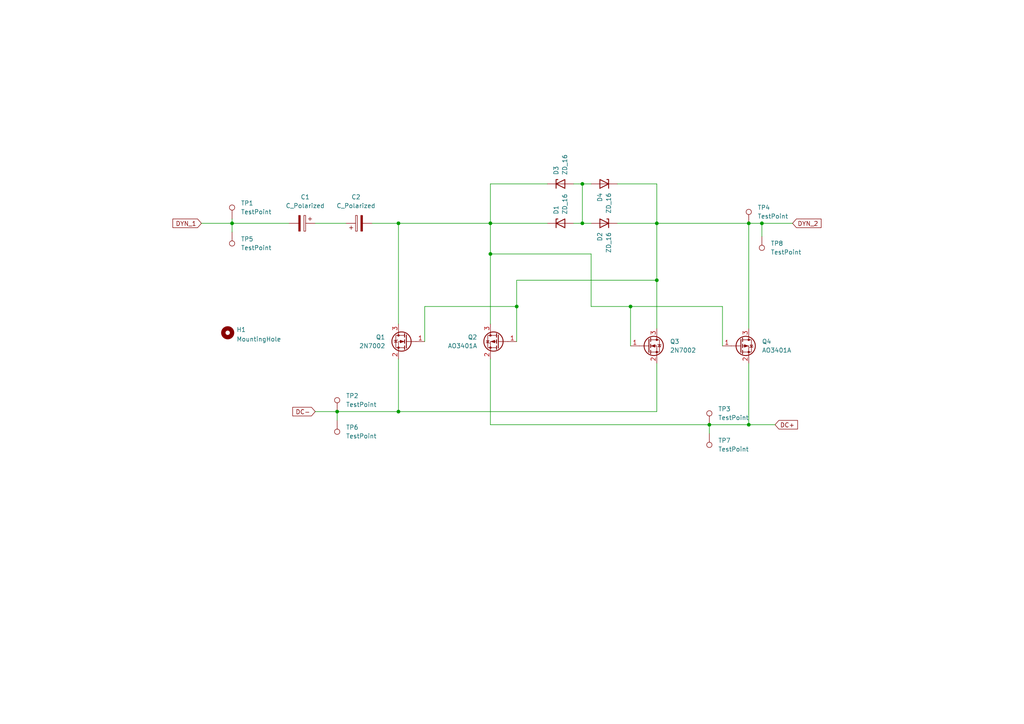
<source format=kicad_sch>
(kicad_sch (version 20250114) (generator "eeschema") (generator_version "9.0")
  (paper "A4")
  (lib_symbols
    (symbol "Connector:TestPoint" (pin_numbers (hide yes)) (pin_names (offset 0.762) (hide yes))
      (property "Reference" "TP" (at 0 6.858 0))
      (property "Value" "TestPoint" (at 0 5.08 0))
      (symbol "TestPoint_0_1"
        (circle (center 0 3.302) (radius 0.762))
      )
      (symbol "TestPoint_1_1"
        (pin passive line (at 0 0 90) (length 2.54) (name "1") (number "1"))
      )
    )
    (symbol "Device:C_Polarized" (pin_numbers (hide yes)) (pin_names (offset 0.254))
      (property "Reference" "C" (at 0.635 2.54 0))
      (property "Value" "C_Polarized" (at 0.635 -2.54 0))
      (symbol "C_Polarized_0_1"
        (rectangle (start -2.286 0.508) (end 2.286 1.016))
        (polyline (pts (xy -1.778 2.286) (xy -0.762 2.286)))
        (polyline (pts (xy -1.27 2.794) (xy -1.27 1.778)))
        (rectangle (start 2.286 -0.508) (end -2.286 -1.016) (fill (type outline)))
      )
      (symbol "C_Polarized_1_1"
        (pin passive line (at 0 3.81 270) (length 2.794) (name "~") (number "1"))
        (pin passive line (at 0 -3.81 90) (length 2.794) (name "~") (number "2"))
      )
    )
    (symbol "Device:D_Zener" (pin_numbers (hide yes)) (pin_names (offset 1.016) (hide yes))
      (property "Reference" "D" (at 0 2.54 0))
      (property "Value" "D_Zener" (at 0 -2.54 0))
      (symbol "D_Zener_0_1"
        (polyline (pts (xy -1.27 -1.27) (xy -1.27 1.27) (xy -0.762 1.27)) (stroke (width 0.254)))
        (polyline (pts (xy 1.27 0) (xy -1.27 0)))
        (polyline (pts (xy 1.27 -1.27) (xy 1.27 1.27) (xy -1.27 0) (xy 1.27 -1.27)) (stroke (width 0.254)))
      )
      (symbol "D_Zener_1_1"
        (pin passive line (at -3.81 0 0) (length 2.54) (name "K") (number "1"))
        (pin passive line (at 3.81 0 180) (length 2.54) (name "A") (number "2"))
      )
    )
    (symbol "Mechanical:MountingHole" (pin_names (offset 1.016))
      (property "Reference" "H" (at 0 5.08 0))
      (property "Value" "MountingHole" (at 0 3.175 0))
      (symbol "MountingHole_0_1"
        (circle (center 0 0) (radius 1.27) (stroke (width 1.27)))
      )
    )
    (symbol "Transistor_FET:2N7002" (pin_names (hide yes))
      (property "Reference" "Q" (at 5.08 1.905 0))
      (property "Value" "2N7002" (at 5.08 0 0))
      (symbol "2N7002_0_1"
        (polyline (pts (xy 0.254 1.905) (xy 0.254 -1.905)) (stroke (width 0.254)))
        (polyline (pts (xy 0.254 0) (xy -2.54 0)))
        (polyline (pts (xy 0.762 2.286) (xy 0.762 1.27)) (stroke (width 0.254)))
        (polyline (pts (xy 0.762 0.508) (xy 0.762 -0.508)) (stroke (width 0.254)))
        (polyline (pts (xy 0.762 -1.27) (xy 0.762 -2.286)) (stroke (width 0.254)))
        (polyline (pts (xy 0.762 -1.778) (xy 3.302 -1.778) (xy 3.302 1.778) (xy 0.762 1.778)))
        (polyline (pts (xy 1.016 0) (xy 2.032 0.381) (xy 2.032 -0.381) (xy 1.016 0)) (fill (type outline)))
        (circle (center 1.651 0) (radius 2.794) (stroke (width 0.254)))
        (polyline (pts (xy 2.54 2.54) (xy 2.54 1.778)))
        (circle (center 2.54 1.778) (radius 0.254) (fill (type outline)))
        (circle (center 2.54 -1.778) (radius 0.254) (fill (type outline)))
        (polyline (pts (xy 2.54 -2.54) (xy 2.54 0) (xy 0.762 0)))
        (polyline (pts (xy 2.794 0.508) (xy 2.921 0.381) (xy 3.683 0.381) (xy 3.81 0.254)))
        (polyline (pts (xy 3.302 0.381) (xy 2.921 -0.254) (xy 3.683 -0.254) (xy 3.302 0.381)))
      )
      (symbol "2N7002_1_1"
        (pin input line (at -5.08 0 0) (length 2.54) (name "G") (number "1"))
        (pin passive line (at 2.54 5.08 270) (length 2.54) (name "D") (number "3"))
        (pin passive line (at 2.54 -5.08 90) (length 2.54) (name "S") (number "2"))
      )
    )
    (symbol "Transistor_FET:AO3401A" (pin_names (hide yes))
      (property "Reference" "Q" (at 5.08 1.905 0))
      (property "Value" "AO3401A" (at 5.08 0 0))
      (symbol "AO3401A_0_1"
        (polyline (pts (xy 0.254 1.905) (xy 0.254 -1.905)) (stroke (width 0.254)))
        (polyline (pts (xy 0.254 0) (xy -2.54 0)))
        (polyline (pts (xy 0.762 2.286) (xy 0.762 1.27)) (stroke (width 0.254)))
        (polyline (pts (xy 0.762 1.778) (xy 3.302 1.778) (xy 3.302 -1.778) (xy 0.762 -1.778)))
        (polyline (pts (xy 0.762 0.508) (xy 0.762 -0.508)) (stroke (width 0.254)))
        (polyline (pts (xy 0.762 -1.27) (xy 0.762 -2.286)) (stroke (width 0.254)))
        (circle (center 1.651 0) (radius 2.794) (stroke (width 0.254)))
        (polyline (pts (xy 2.286 0) (xy 1.27 0.381) (xy 1.27 -0.381) (xy 2.286 0)) (fill (type outline)))
        (polyline (pts (xy 2.54 2.54) (xy 2.54 1.778)))
        (circle (center 2.54 1.778) (radius 0.254) (fill (type outline)))
        (circle (center 2.54 -1.778) (radius 0.254) (fill (type outline)))
        (polyline (pts (xy 2.54 -2.54) (xy 2.54 0) (xy 0.762 0)))
        (polyline (pts (xy 2.794 -0.508) (xy 2.921 -0.381) (xy 3.683 -0.381) (xy 3.81 -0.254)))
        (polyline (pts (xy 3.302 -0.381) (xy 2.921 0.254) (xy 3.683 0.254) (xy 3.302 -0.381)))
      )
      (symbol "AO3401A_1_1"
        (pin input line (at -5.08 0 0) (length 2.54) (name "G") (number "1"))
        (pin passive line (at 2.54 5.08 270) (length 2.54) (name "D") (number "3"))
        (pin passive line (at 2.54 -5.08 90) (length 2.54) (name "S") (number "2"))
      )
    )
  )
  (junction (at 67.31 64.77))
  (junction (at 115.57 64.77))
  (junction (at 205.74 123.19))
  (junction (at 142.24 73.66))
  (junction (at 182.88 88.9))
  (junction (at 115.57 119.38))
  (junction (at 190.5 81.28))
  (junction (at 142.24 64.77))
  (junction (at 168.91 64.77))
  (junction (at 220.98 64.77))
  (junction (at 217.17 123.19))
  (junction (at 149.86 88.9))
  (junction (at 97.79 119.38))
  (junction (at 217.17 64.77))
  (junction (at 168.91 53.34))
  (junction (at 190.5 64.77))
  (wire (pts (xy 67.31 64.77) (xy 67.31 67.31)))
  (wire (pts (xy 179.07 64.77) (xy 190.5 64.77)))
  (wire (pts (xy 166.37 64.77) (xy 168.91 64.77)))
  (wire (pts (xy 182.88 88.9) (xy 182.88 100.33)))
  (wire (pts (xy 205.74 123.19) (xy 205.74 125.73)))
  (wire (pts (xy 142.24 64.77) (xy 142.24 73.66)))
  (wire (pts (xy 209.55 88.9) (xy 182.88 88.9)))
  (wire (pts (xy 91.44 64.77) (xy 100.33 64.77)))
  (wire (pts (xy 115.57 64.77) (xy 142.24 64.77)))
  (wire (pts (xy 190.5 53.34) (xy 190.5 64.77)))
  (wire (pts (xy 58.42 64.77) (xy 67.31 64.77)))
  (wire (pts (xy 217.17 123.19) (xy 217.17 105.41)))
  (wire (pts (xy 149.86 88.9) (xy 149.86 99.06)))
  (wire (pts (xy 190.5 64.77) (xy 217.17 64.77)))
  (wire (pts (xy 190.5 119.38) (xy 190.5 105.41)))
  (wire (pts (xy 97.79 119.38) (xy 91.44 119.38)))
  (wire (pts (xy 220.98 64.77) (xy 229.87 64.77)))
  (wire (pts (xy 166.37 53.34) (xy 168.91 53.34)))
  (wire (pts (xy 115.57 104.14) (xy 115.57 119.38)))
  (wire (pts (xy 168.91 64.77) (xy 171.45 64.77)))
  (wire (pts (xy 67.31 63.5) (xy 67.31 64.77)))
  (wire (pts (xy 168.91 53.34) (xy 168.91 64.77)))
  (wire (pts (xy 115.57 119.38) (xy 97.79 119.38)))
  (wire (pts (xy 190.5 64.77) (xy 190.5 81.28)))
  (wire (pts (xy 123.19 99.06) (xy 123.19 88.9)))
  (wire (pts (xy 142.24 104.14) (xy 142.24 123.19)))
  (wire (pts (xy 158.75 53.34) (xy 142.24 53.34)))
  (wire (pts (xy 115.57 93.98) (xy 115.57 64.77)))
  (wire (pts (xy 67.31 64.77) (xy 83.82 64.77)))
  (wire (pts (xy 149.86 81.28) (xy 190.5 81.28)))
  (wire (pts (xy 149.86 81.28) (xy 149.86 88.9)))
  (wire (pts (xy 220.98 64.77) (xy 220.98 68.58)))
  (wire (pts (xy 123.19 88.9) (xy 149.86 88.9)))
  (wire (pts (xy 171.45 73.66) (xy 142.24 73.66)))
  (wire (pts (xy 217.17 123.19) (xy 224.79 123.19)))
  (wire (pts (xy 142.24 123.19) (xy 205.74 123.19)))
  (wire (pts (xy 205.74 123.19) (xy 217.17 123.19)))
  (wire (pts (xy 217.17 64.77) (xy 220.98 64.77)))
  (wire (pts (xy 142.24 53.34) (xy 142.24 64.77)))
  (wire (pts (xy 179.07 53.34) (xy 190.5 53.34)))
  (wire (pts (xy 107.95 64.77) (xy 115.57 64.77)))
  (wire (pts (xy 115.57 119.38) (xy 190.5 119.38)))
  (wire (pts (xy 182.88 88.9) (xy 171.45 88.9)))
  (wire (pts (xy 190.5 81.28) (xy 190.5 95.25)))
  (wire (pts (xy 209.55 100.33) (xy 209.55 88.9)))
  (wire (pts (xy 142.24 73.66) (xy 142.24 93.98)))
  (wire (pts (xy 217.17 64.77) (xy 217.17 95.25)))
  (wire (pts (xy 142.24 64.77) (xy 158.75 64.77)))
  (wire (pts (xy 171.45 88.9) (xy 171.45 73.66)))
  (wire (pts (xy 97.79 119.38) (xy 97.79 121.92)))
  (wire (pts (xy 168.91 53.34) (xy 171.45 53.34)))
  (global_label "DYN_1" (shape input) (at 58.42 64.77 180) (property "Intersheetrefs" "${INTERSHEET_REFS}" (effects (hide yes))))
  (global_label "DYN_2" (shape input) (at 229.87 64.77 0) (property "Intersheetrefs" "${INTERSHEET_REFS}" (effects (hide yes))))
  (global_label "DC+" (shape input) (at 224.79 123.19 0) (property "Intersheetrefs" "${INTERSHEET_REFS}" (effects (hide yes))))
  (global_label "DC-" (shape input) (at 91.44 119.38 180) (property "Intersheetrefs" "${INTERSHEET_REFS}" (effects (hide yes))))
  (symbol (lib_id "Device:D_Zener") (at 175.26 53.34 0) (mirror y) (unit 1)
    (property "Reference" "D4" (at 173.9899 55.88 90) (effects (justify right)))
    (property "Value" "ZD_16" (at 176.5299 55.88 90) (effects (justify right)))
    (property "Footprint" "Diode_SMD:D_MiniMELF_Handsoldering" (effects (hide yes)))
  )
  (symbol (lib_id "Connector:TestPoint") (at 205.74 123.19 0) (unit 1)
    (property "Reference" "TP3" (at 208.28 118.6179 0) (effects (justify left)))
    (property "Value" "TestPoint" (at 208.28 121.1579 0) (effects (justify left)))
    (property "Footprint" "TestPoint:TestPoint_Pad_2.5x2.5mm" (effects (hide yes)))
  )
  (symbol (lib_id "Transistor_FET:2N7002") (at 187.96 100.33 0) (unit 1)
    (property "Reference" "Q3" (at 194.31 99.0599 0) (effects (justify left)))
    (property "Value" "2N7002" (at 194.31 101.5999 0) (effects (justify left)))
    (property "Footprint" "Package_TO_SOT_SMD:SOT-23_Handsoldering" (effects (hide yes)))
    (property "Datasheet" "https://www.onsemi.com/pub/Collateral/NDS7002A-D.PDF" (effects (hide yes)))
  )
  (symbol (lib_id "Transistor_FET:2N7002") (at 118.11 99.06 0) (mirror y) (unit 1)
    (property "Reference" "Q1" (at 111.76 97.7899 0) (effects (justify left)))
    (property "Value" "2N7002" (at 111.76 100.3299 0) (effects (justify left)))
    (property "Footprint" "Package_TO_SOT_SMD:SOT-23_Handsoldering" (effects (hide yes)))
    (property "Datasheet" "https://www.onsemi.com/pub/Collateral/NDS7002A-D.PDF" (effects (hide yes)))
  )
  (symbol (lib_id "Connector:TestPoint") (at 97.79 121.92 180) (unit 1)
    (property "Reference" "TP6" (at 100.33 123.9519 0) (effects (justify right)))
    (property "Value" "TestPoint" (at 100.33 126.4919 0) (effects (justify right)))
    (property "Footprint" "TestPoint:TestPoint_Pad_2.5x2.5mm" (effects (hide yes)))
  )
  (symbol (lib_id "Connector:TestPoint") (at 97.79 119.38 0) (unit 1)
    (property "Reference" "TP2" (at 100.33 114.8079 0) (effects (justify left)))
    (property "Value" "TestPoint" (at 100.33 117.3479 0) (effects (justify left)))
    (property "Footprint" "TestPoint:TestPoint_Pad_2.5x2.5mm" (effects (hide yes)))
  )
  (symbol (lib_id "Device:C_Polarized") (at 104.14 64.77 90) (unit 1)
    (property "Reference" "C2" (at 103.251 57.15 90))
    (property "Value" "C_Polarized" (at 103.251 59.69 90))
    (property "Footprint" "Capacitor_SMD:CP_Elec_10x10.5" (effects (hide yes)))
  )
  (symbol (lib_id "Device:D_Zener") (at 175.26 64.77 0) (mirror y) (unit 1)
    (property "Reference" "D2" (at 173.9899 67.31 90) (effects (justify right)))
    (property "Value" "ZD_16" (at 176.5299 67.31 90) (effects (justify right)))
    (property "Footprint" "Diode_SMD:D_SOD-123" (effects (hide yes)))
  )
  (symbol (lib_id "Device:C_Polarized") (at 87.63 64.77 270) (unit 1)
    (property "Reference" "C1" (at 88.519 57.15 90))
    (property "Value" "C_Polarized" (at 88.519 59.69 90))
    (property "Footprint" "Capacitor_SMD:CP_Elec_10x10.5" (effects (hide yes)))
  )
  (symbol (lib_id "Device:D_Zener") (at 162.56 53.34 0) (unit 1)
    (property "Reference" "D3" (at 161.2899 50.8 90) (effects (justify left)))
    (property "Value" "ZD_16" (at 163.8299 50.8 90) (effects (justify left)))
    (property "Footprint" "Diode_SMD:D_MiniMELF_Handsoldering" (effects (hide yes)))
  )
  (symbol (lib_id "Connector:TestPoint") (at 67.31 63.5 0) (unit 1)
    (property "Reference" "TP1" (at 69.85 58.9279 0) (effects (justify left)))
    (property "Value" "TestPoint" (at 69.85 61.4679 0) (effects (justify left)))
    (property "Footprint" "TestPoint:TestPoint_Pad_2.5x2.5mm" (effects (hide yes)))
  )
  (symbol (lib_id "Connector:TestPoint") (at 67.31 67.31 180) (unit 1)
    (property "Reference" "TP5" (at 69.85 69.3419 0) (effects (justify right)))
    (property "Value" "TestPoint" (at 69.85 71.8819 0) (effects (justify right)))
    (property "Footprint" "TestPoint:TestPoint_Pad_2.5x2.5mm" (effects (hide yes)))
  )
  (symbol (lib_id "Transistor_FET:AO3401A") (at 214.63 100.33 0) (unit 1)
    (property "Reference" "Q4" (at 220.98 99.0599 0) (effects (justify left)))
    (property "Value" "AO3401A" (at 220.98 101.5999 0) (effects (justify left)))
    (property "Footprint" "Package_TO_SOT_SMD:SOT-23_Handsoldering" (effects (hide yes)))
    (property "Datasheet" "http://www.aosmd.com/pdfs/datasheet/AO3401A.pdf" (effects (hide yes)))
  )
  (symbol (lib_id "Mechanical:MountingHole") (at 66.04 96.52 0) (unit 1)
    (property "Reference" "H1" (at 68.58 95.6115 0) (effects (justify left)))
    (property "Value" "MountingHole" (at 68.58 98.3866 0) (effects (justify left)))
    (property "Footprint" "MountingHole:MountingHole_5mm" (effects (hide yes)))
  )
  (symbol (lib_id "Connector:TestPoint") (at 217.17 64.77 0) (unit 1)
    (property "Reference" "TP4" (at 219.71 60.1979 0) (effects (justify left)))
    (property "Value" "TestPoint" (at 219.71 62.7379 0) (effects (justify left)))
    (property "Footprint" "TestPoint:TestPoint_Pad_2.5x2.5mm" (effects (hide yes)))
  )
  (symbol (lib_id "Connector:TestPoint") (at 220.98 68.58 180) (unit 1)
    (property "Reference" "TP8" (at 223.52 70.6119 0) (effects (justify right)))
    (property "Value" "TestPoint" (at 223.52 73.1519 0) (effects (justify right)))
    (property "Footprint" "TestPoint:TestPoint_Pad_2.5x2.5mm" (effects (hide yes)))
  )
  (symbol (lib_id "Transistor_FET:AO3401A") (at 144.78 99.06 0) (mirror y) (unit 1)
    (property "Reference" "Q2" (at 138.43 97.7899 0) (effects (justify left)))
    (property "Value" "AO3401A" (at 138.43 100.3299 0) (effects (justify left)))
    (property "Footprint" "Package_TO_SOT_SMD:SOT-23_Handsoldering" (effects (hide yes)))
    (property "Datasheet" "http://www.aosmd.com/pdfs/datasheet/AO3401A.pdf" (effects (hide yes)))
  )
  (symbol (lib_id "Connector:TestPoint") (at 205.74 125.73 180) (unit 1)
    (property "Reference" "TP7" (at 208.28 127.7619 0) (effects (justify right)))
    (property "Value" "TestPoint" (at 208.28 130.3019 0) (effects (justify right)))
    (property "Footprint" "TestPoint:TestPoint_Pad_2.5x2.5mm" (effects (hide yes)))
  )
  (symbol (lib_id "Device:D_Zener") (at 162.56 64.77 0) (unit 1)
    (property "Reference" "D1" (at 161.2899 62.23 90) (effects (justify left)))
    (property "Value" "ZD_16" (at 163.8299 62.23 90) (effects (justify left)))
    (property "Footprint" "Diode_SMD:D_SOD-123" (effects (hide yes)))
  )
)
</source>
